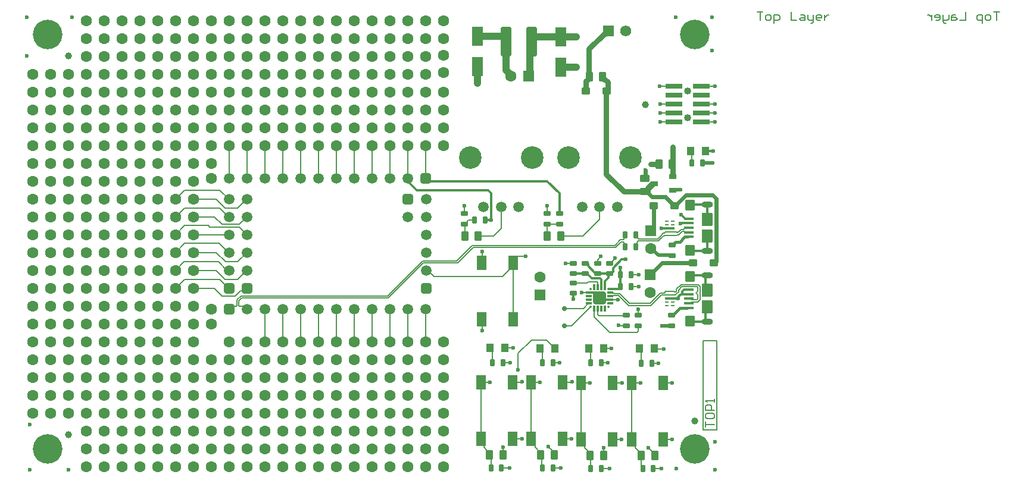
<source format=gtl>
G04*
G04 #@! TF.GenerationSoftware,Altium Limited,Altium Designer,24.3.1 (35)*
G04*
G04 Layer_Physical_Order=1*
G04 Layer_Color=255*
%FSLAX44Y44*%
%MOMM*%
G71*
G04*
G04 #@! TF.SameCoordinates,D3561438-4DE8-4D87-AEC0-D3123FBB7C78*
G04*
G04*
G04 #@! TF.FilePolarity,Positive*
G04*
G01*
G75*
%ADD11C,0.3000*%
%ADD13C,0.2000*%
%ADD15C,0.4000*%
%ADD16C,0.1500*%
%ADD24R,1.4500X2.0500*%
%ADD25R,1.1000X1.2000*%
G04:AMPARAMS|DCode=26|XSize=1mm|YSize=0.6mm|CornerRadius=0.075mm|HoleSize=0mm|Usage=FLASHONLY|Rotation=180.000|XOffset=0mm|YOffset=0mm|HoleType=Round|Shape=RoundedRectangle|*
%AMROUNDEDRECTD26*
21,1,1.0000,0.4500,0,0,180.0*
21,1,0.8500,0.6000,0,0,180.0*
1,1,0.1500,-0.4250,0.2250*
1,1,0.1500,0.4250,0.2250*
1,1,0.1500,0.4250,-0.2250*
1,1,0.1500,-0.4250,-0.2250*
%
%ADD26ROUNDEDRECTD26*%
G04:AMPARAMS|DCode=27|XSize=1.25mm|YSize=1mm|CornerRadius=0.125mm|HoleSize=0mm|Usage=FLASHONLY|Rotation=0.000|XOffset=0mm|YOffset=0mm|HoleType=Round|Shape=RoundedRectangle|*
%AMROUNDEDRECTD27*
21,1,1.2500,0.7500,0,0,0.0*
21,1,1.0000,1.0000,0,0,0.0*
1,1,0.2500,0.5000,-0.3750*
1,1,0.2500,-0.5000,-0.3750*
1,1,0.2500,-0.5000,0.3750*
1,1,0.2500,0.5000,0.3750*
%
%ADD27ROUNDEDRECTD27*%
G04:AMPARAMS|DCode=28|XSize=1mm|YSize=0.6mm|CornerRadius=0.075mm|HoleSize=0mm|Usage=FLASHONLY|Rotation=270.000|XOffset=0mm|YOffset=0mm|HoleType=Round|Shape=RoundedRectangle|*
%AMROUNDEDRECTD28*
21,1,1.0000,0.4500,0,0,270.0*
21,1,0.8500,0.6000,0,0,270.0*
1,1,0.1500,-0.2250,-0.4250*
1,1,0.1500,-0.2250,0.4250*
1,1,0.1500,0.2250,0.4250*
1,1,0.1500,0.2250,-0.4250*
%
%ADD28ROUNDEDRECTD28*%
G04:AMPARAMS|DCode=29|XSize=0.65mm|YSize=1.1mm|CornerRadius=0.0813mm|HoleSize=0mm|Usage=FLASHONLY|Rotation=270.000|XOffset=0mm|YOffset=0mm|HoleType=Round|Shape=RoundedRectangle|*
%AMROUNDEDRECTD29*
21,1,0.6500,0.9375,0,0,270.0*
21,1,0.4875,1.1000,0,0,270.0*
1,1,0.1625,-0.4688,-0.2438*
1,1,0.1625,-0.4688,0.2438*
1,1,0.1625,0.4688,0.2438*
1,1,0.1625,0.4688,-0.2438*
%
%ADD29ROUNDEDRECTD29*%
G04:AMPARAMS|DCode=30|XSize=1.4mm|YSize=0.95mm|CornerRadius=0.1188mm|HoleSize=0mm|Usage=FLASHONLY|Rotation=90.000|XOffset=0mm|YOffset=0mm|HoleType=Round|Shape=RoundedRectangle|*
%AMROUNDEDRECTD30*
21,1,1.4000,0.7125,0,0,90.0*
21,1,1.1625,0.9500,0,0,90.0*
1,1,0.2375,0.3563,0.5813*
1,1,0.2375,0.3563,-0.5813*
1,1,0.2375,-0.3563,-0.5813*
1,1,0.2375,-0.3563,0.5813*
%
%ADD30ROUNDEDRECTD30*%
G04:AMPARAMS|DCode=31|XSize=0.56mm|YSize=0.2mm|CornerRadius=0.05mm|HoleSize=0mm|Usage=FLASHONLY|Rotation=0.000|XOffset=0mm|YOffset=0mm|HoleType=Round|Shape=RoundedRectangle|*
%AMROUNDEDRECTD31*
21,1,0.5600,0.1000,0,0,0.0*
21,1,0.4600,0.2000,0,0,0.0*
1,1,0.1000,0.2300,-0.0500*
1,1,0.1000,-0.2300,-0.0500*
1,1,0.1000,-0.2300,0.0500*
1,1,0.1000,0.2300,0.0500*
%
%ADD31ROUNDEDRECTD31*%
G04:AMPARAMS|DCode=32|XSize=0.56mm|YSize=0.4mm|CornerRadius=0.1mm|HoleSize=0mm|Usage=FLASHONLY|Rotation=0.000|XOffset=0mm|YOffset=0mm|HoleType=Round|Shape=RoundedRectangle|*
%AMROUNDEDRECTD32*
21,1,0.5600,0.2000,0,0,0.0*
21,1,0.3600,0.4000,0,0,0.0*
1,1,0.2000,0.1800,-0.1000*
1,1,0.2000,-0.1800,-0.1000*
1,1,0.2000,-0.1800,0.1000*
1,1,0.2000,0.1800,0.1000*
%
%ADD32ROUNDEDRECTD32*%
G04:AMPARAMS|DCode=33|XSize=1.8mm|YSize=1.8mm|CornerRadius=0.225mm|HoleSize=0mm|Usage=FLASHONLY|Rotation=180.000|XOffset=0mm|YOffset=0mm|HoleType=Round|Shape=RoundedRectangle|*
%AMROUNDEDRECTD33*
21,1,1.8000,1.3500,0,0,180.0*
21,1,1.3500,1.8000,0,0,180.0*
1,1,0.4500,-0.6750,0.6750*
1,1,0.4500,0.6750,0.6750*
1,1,0.4500,0.6750,-0.6750*
1,1,0.4500,-0.6750,-0.6750*
%
%ADD33ROUNDEDRECTD33*%
G04:AMPARAMS|DCode=34|XSize=0.3mm|YSize=0.3mm|CornerRadius=0.0375mm|HoleSize=0mm|Usage=FLASHONLY|Rotation=180.000|XOffset=0mm|YOffset=0mm|HoleType=Round|Shape=RoundedRectangle|*
%AMROUNDEDRECTD34*
21,1,0.3000,0.2250,0,0,180.0*
21,1,0.2250,0.3000,0,0,180.0*
1,1,0.0750,-0.1125,0.1125*
1,1,0.0750,0.1125,0.1125*
1,1,0.0750,0.1125,-0.1125*
1,1,0.0750,-0.1125,-0.1125*
%
%ADD34ROUNDEDRECTD34*%
G04:AMPARAMS|DCode=35|XSize=0.9mm|YSize=0.3mm|CornerRadius=0.0375mm|HoleSize=0mm|Usage=FLASHONLY|Rotation=180.000|XOffset=0mm|YOffset=0mm|HoleType=Round|Shape=RoundedRectangle|*
%AMROUNDEDRECTD35*
21,1,0.9000,0.2250,0,0,180.0*
21,1,0.8250,0.3000,0,0,180.0*
1,1,0.0750,-0.4125,0.1125*
1,1,0.0750,0.4125,0.1125*
1,1,0.0750,0.4125,-0.1125*
1,1,0.0750,-0.4125,-0.1125*
%
%ADD35ROUNDEDRECTD35*%
G04:AMPARAMS|DCode=36|XSize=0.9mm|YSize=0.3mm|CornerRadius=0.0375mm|HoleSize=0mm|Usage=FLASHONLY|Rotation=270.000|XOffset=0mm|YOffset=0mm|HoleType=Round|Shape=RoundedRectangle|*
%AMROUNDEDRECTD36*
21,1,0.9000,0.2250,0,0,270.0*
21,1,0.8250,0.3000,0,0,270.0*
1,1,0.0750,-0.1125,-0.4125*
1,1,0.0750,-0.1125,0.4125*
1,1,0.0750,0.1125,0.4125*
1,1,0.0750,0.1125,-0.4125*
%
%ADD36ROUNDEDRECTD36*%
G04:AMPARAMS|DCode=37|XSize=0.3mm|YSize=0.3mm|CornerRadius=0.0375mm|HoleSize=0mm|Usage=FLASHONLY|Rotation=270.000|XOffset=0mm|YOffset=0mm|HoleType=Round|Shape=RoundedRectangle|*
%AMROUNDEDRECTD37*
21,1,0.3000,0.2250,0,0,270.0*
21,1,0.2250,0.3000,0,0,270.0*
1,1,0.0750,-0.1125,-0.1125*
1,1,0.0750,-0.1125,0.1125*
1,1,0.0750,0.1125,0.1125*
1,1,0.0750,0.1125,-0.1125*
%
%ADD37ROUNDEDRECTD37*%
G04:AMPARAMS|DCode=38|XSize=1.4mm|YSize=0.95mm|CornerRadius=0.1188mm|HoleSize=0mm|Usage=FLASHONLY|Rotation=180.000|XOffset=0mm|YOffset=0mm|HoleType=Round|Shape=RoundedRectangle|*
%AMROUNDEDRECTD38*
21,1,1.4000,0.7125,0,0,180.0*
21,1,1.1625,0.9500,0,0,180.0*
1,1,0.2375,-0.5813,0.3563*
1,1,0.2375,0.5813,0.3563*
1,1,0.2375,0.5813,-0.3563*
1,1,0.2375,-0.5813,-0.3563*
%
%ADD38ROUNDEDRECTD38*%
%ADD39R,1.6000X2.8000*%
G04:AMPARAMS|DCode=40|XSize=0.76mm|YSize=2.4mm|CornerRadius=0.095mm|HoleSize=0mm|Usage=FLASHONLY|Rotation=90.000|XOffset=0mm|YOffset=0mm|HoleType=Round|Shape=RoundedRectangle|*
%AMROUNDEDRECTD40*
21,1,0.7600,2.2100,0,0,90.0*
21,1,0.5700,2.4000,0,0,90.0*
1,1,0.1900,1.1050,0.2850*
1,1,0.1900,1.1050,-0.2850*
1,1,0.1900,-1.1050,-0.2850*
1,1,0.1900,-1.1050,0.2850*
%
%ADD40ROUNDEDRECTD40*%
G04:AMPARAMS|DCode=41|XSize=1.6mm|YSize=1.4mm|CornerRadius=0.175mm|HoleSize=0mm|Usage=FLASHONLY|Rotation=270.000|XOffset=0mm|YOffset=0mm|HoleType=Round|Shape=RoundedRectangle|*
%AMROUNDEDRECTD41*
21,1,1.6000,1.0500,0,0,270.0*
21,1,1.2500,1.4000,0,0,270.0*
1,1,0.3500,-0.5250,-0.6250*
1,1,0.3500,-0.5250,0.6250*
1,1,0.3500,0.5250,0.6250*
1,1,0.3500,0.5250,-0.6250*
%
%ADD41ROUNDEDRECTD41*%
G04:AMPARAMS|DCode=42|XSize=1.55mm|YSize=1.9mm|CornerRadius=0.1938mm|HoleSize=0mm|Usage=FLASHONLY|Rotation=180.000|XOffset=0mm|YOffset=0mm|HoleType=Round|Shape=RoundedRectangle|*
%AMROUNDEDRECTD42*
21,1,1.5500,1.5125,0,0,180.0*
21,1,1.1625,1.9000,0,0,180.0*
1,1,0.3875,-0.5813,0.7563*
1,1,0.3875,0.5813,0.7563*
1,1,0.3875,0.5813,-0.7563*
1,1,0.3875,-0.5813,-0.7563*
%
%ADD42ROUNDEDRECTD42*%
G04:AMPARAMS|DCode=43|XSize=0.4mm|YSize=1.35mm|CornerRadius=0.05mm|HoleSize=0mm|Usage=FLASHONLY|Rotation=270.000|XOffset=0mm|YOffset=0mm|HoleType=Round|Shape=RoundedRectangle|*
%AMROUNDEDRECTD43*
21,1,0.4000,1.2500,0,0,270.0*
21,1,0.3000,1.3500,0,0,270.0*
1,1,0.1000,-0.6250,-0.1500*
1,1,0.1000,-0.6250,0.1500*
1,1,0.1000,0.6250,0.1500*
1,1,0.1000,0.6250,-0.1500*
%
%ADD43ROUNDEDRECTD43*%
G04:AMPARAMS|DCode=44|XSize=4.2mm|YSize=1.5mm|CornerRadius=0.1875mm|HoleSize=0mm|Usage=FLASHONLY|Rotation=270.000|XOffset=0mm|YOffset=0mm|HoleType=Round|Shape=RoundedRectangle|*
%AMROUNDEDRECTD44*
21,1,4.2000,1.1250,0,0,270.0*
21,1,3.8250,1.5000,0,0,270.0*
1,1,0.3750,-0.5625,-1.9125*
1,1,0.3750,-0.5625,1.9125*
1,1,0.3750,0.5625,1.9125*
1,1,0.3750,0.5625,-1.9125*
%
%ADD44ROUNDEDRECTD44*%
%ADD45C,1.0000*%
%ADD83C,0.1400*%
%ADD84C,0.7000*%
%ADD85C,0.6000*%
%ADD86C,1.0000*%
%ADD87C,0.8000*%
%ADD88C,0.5000*%
%ADD89C,1.6000*%
%ADD90R,1.6000X1.6000*%
%ADD91C,1.5080*%
%ADD92C,3.2160*%
%ADD93C,1.5200*%
G04:AMPARAMS|DCode=94|XSize=1.52mm|YSize=1.52mm|CornerRadius=0.38mm|HoleSize=0mm|Usage=FLASHONLY|Rotation=270.000|XOffset=0mm|YOffset=0mm|HoleType=Round|Shape=RoundedRectangle|*
%AMROUNDEDRECTD94*
21,1,1.5200,0.7600,0,0,270.0*
21,1,0.7600,1.5200,0,0,270.0*
1,1,0.7600,-0.3800,-0.3800*
1,1,0.7600,-0.3800,0.3800*
1,1,0.7600,0.3800,0.3800*
1,1,0.7600,0.3800,-0.3800*
%
%ADD94ROUNDEDRECTD94*%
G04:AMPARAMS|DCode=95|XSize=1.52mm|YSize=1.52mm|CornerRadius=0.38mm|HoleSize=0mm|Usage=FLASHONLY|Rotation=180.000|XOffset=0mm|YOffset=0mm|HoleType=Round|Shape=RoundedRectangle|*
%AMROUNDEDRECTD95*
21,1,1.5200,0.7600,0,0,180.0*
21,1,0.7600,1.5200,0,0,180.0*
1,1,0.7600,-0.3800,0.3800*
1,1,0.7600,0.3800,0.3800*
1,1,0.7600,0.3800,-0.3800*
1,1,0.7600,-0.3800,-0.3800*
%
%ADD95ROUNDEDRECTD95*%
%ADD96R,1.6000X1.6000*%
%ADD97C,1.0200*%
%ADD98O,1.6000X0.9000*%
%ADD99R,1.5750X1.5750*%
%ADD100C,1.5750*%
%ADD101C,4.2000*%
%ADD102C,0.6000*%
D11*
X913000Y354000D02*
X929150D01*
X978000Y367000D02*
Y388000D01*
Y322000D02*
Y343000D01*
X953500Y387000D02*
X954500Y388000D01*
X953500Y323000D02*
X954500Y322000D01*
X952500Y287000D02*
X976000D01*
Y266000D02*
Y287000D01*
X944407Y260593D02*
X944500D01*
X940714D02*
X944407D01*
X944500Y260500D01*
X942743Y262257D02*
X944407Y260593D01*
X976000Y221000D02*
Y242000D01*
X952500Y221000D02*
X976000D01*
X929150Y254000D02*
X937000D01*
X920850D02*
X929150D01*
X920700D02*
X920850D01*
X824094Y255500D02*
X825500D01*
X928750Y230750D02*
X929250D01*
X930500Y232000D02*
Y232500D01*
X929250Y230750D02*
X930500Y232000D01*
X942743Y262257D02*
Y264743D01*
X945000Y267000D01*
X944500Y260500D02*
X951500D01*
X945000Y267000D02*
X951500D01*
X937574Y254574D02*
Y257453D01*
X937000Y254000D02*
X937574Y254574D01*
Y257453D02*
X940714Y260593D01*
X788000Y253000D02*
Y261500D01*
X844158Y297855D02*
X856303Y310000D01*
X862000D01*
X844158Y292658D02*
Y297855D01*
X839000Y289500D02*
X841000D01*
X844158Y292658D01*
X822000Y289500D02*
X837757D01*
X839000D01*
X817085Y262509D02*
X824094Y255500D01*
X813168Y262509D02*
X817085D01*
X813159Y262500D02*
X813168Y262509D01*
X809509Y262500D02*
X813159D01*
X837494Y252506D02*
X837500Y252500D01*
X825000Y255000D02*
X827494Y252506D01*
X837494D01*
X837500Y252500D02*
X840494D01*
X832458Y274201D02*
X832500Y274159D01*
Y270542D02*
Y274159D01*
X832458Y274201D02*
Y278458D01*
X837757Y283757D01*
X827500Y270555D02*
Y274159D01*
X827555Y274214D02*
Y281243D01*
X813500Y283000D02*
X825797D01*
X827500Y274159D02*
X827555Y274214D01*
X825797Y283000D02*
X827555Y281243D01*
X939750Y361331D02*
X939918Y361500D01*
X951250D01*
X945500Y341500D02*
X950750D01*
X951250Y342000D01*
X805000Y304500D02*
X807000D01*
X808500Y303000D01*
Y301000D02*
Y303000D01*
Y301000D02*
X818500Y291000D01*
Y291000D02*
Y291000D01*
Y291000D02*
X820000Y289500D01*
X822000D01*
X975500Y464000D02*
X987000D01*
X577400Y421200D02*
X750800D01*
X768000Y404000D01*
X666843Y408157D02*
X671000Y404000D01*
X565043Y408157D02*
X666843D01*
X552000Y421200D02*
X565043Y408157D01*
X768000Y375500D02*
Y404000D01*
X671000Y366000D02*
Y404000D01*
X663000Y366000D02*
X671000D01*
X951500Y222000D02*
X952500Y221000D01*
X951500Y286000D02*
X952500Y287000D01*
X954500Y322000D02*
X978000D01*
X954500Y388000D02*
X978000D01*
X940558Y373854D02*
X940826D01*
X946000Y368680D01*
X946500Y368000D02*
X951250D01*
X946000Y368500D02*
X946500Y368000D01*
X946000Y368500D02*
Y368680D01*
X854000Y299000D02*
X854500Y298500D01*
Y288000D02*
Y298500D01*
X788000Y289500D02*
X805000D01*
X807000D02*
X813500Y283000D01*
X805000Y289500D02*
X807000D01*
X837757Y288257D02*
X839000Y289500D01*
X837757Y283757D02*
Y288257D01*
X854500Y271000D02*
Y288000D01*
X838000Y268000D02*
X853000D01*
X854500Y269500D01*
Y271000D01*
D13*
X688000Y32000D02*
Y43000D01*
X801078Y343078D02*
X825000Y367000D01*
X769578Y343078D02*
X801078D01*
X825000Y367000D02*
Y385000D01*
X956500Y447000D02*
Y462000D01*
X954500Y464000D02*
X956500Y462000D01*
X822328Y304828D02*
Y309328D01*
X827000Y314000D01*
X822000Y304500D02*
X822328Y304828D01*
X769500Y343000D02*
X769578Y343078D01*
X709000Y152490D02*
Y176000D01*
X728000Y195000D01*
X709000Y152490D02*
X709129Y152361D01*
X899500Y162000D02*
X909000D01*
X829500Y163000D02*
X837000D01*
X768000Y163000D02*
X768000Y163000D01*
X760500Y163000D02*
X768000D01*
X689500Y163000D02*
X698000D01*
X728000Y195000D02*
X749464D01*
X756464Y188000D01*
X758758D01*
X759758Y187000D01*
X884500Y162000D02*
Y180500D01*
X812500Y163000D02*
Y180000D01*
X809500Y183000D02*
X812500Y180000D01*
X740500Y183000D02*
X743500Y180000D01*
Y163000D02*
Y180000D01*
X672500Y163000D02*
Y181000D01*
X669500Y184000D02*
X672500Y181000D01*
X972000Y67000D02*
Y194000D01*
X992000D01*
Y67000D02*
Y194000D01*
X972000Y67000D02*
X992000D01*
X903037Y183038D02*
X904694D01*
X902500Y183000D02*
X903037Y183038D01*
X904694D02*
X905866Y181866D01*
X906188Y182188D02*
X915965D01*
X905866Y181866D02*
X906188Y182188D01*
X702500Y301500D02*
Y308250D01*
X708750Y314500D02*
X720271D01*
X702500Y308250D02*
X708750Y314500D01*
X841596Y252404D02*
X850775D01*
X800248Y262425D02*
X809425D01*
X800206Y262383D02*
X800248Y262425D01*
X822409Y270591D02*
Y276828D01*
X821237Y278000D02*
X822409Y276828D01*
X809000Y278000D02*
X821237D01*
X822529Y231725D02*
X824172Y230082D01*
X822529Y231725D02*
Y239471D01*
X824172Y230082D02*
X862582D01*
X863000Y230500D01*
X817604Y227845D02*
X839448Y206000D01*
X817604Y227845D02*
Y239396D01*
X839448Y206000D02*
X878000D01*
X235072Y332872D02*
X283936D01*
X297208Y319600D01*
X221800D02*
X235072Y332872D01*
X221800Y395800D02*
X234723Y408723D01*
X285077D02*
X298000Y395800D01*
X234723Y408723D02*
X285077D01*
X284448Y383160D02*
X297208Y370400D01*
X234560Y383160D02*
X284448D01*
X221800Y370400D02*
X234560Y383160D01*
X268834Y358030D02*
X270756Y356108D01*
X234830Y358030D02*
X268834D01*
X221800Y345000D02*
X234830Y358030D01*
X312292Y356108D02*
X323400Y345000D01*
X270756Y356108D02*
X312292D01*
X287919Y360000D02*
X313000D01*
X277519Y370400D02*
X287919Y360000D01*
X313000D02*
X323400Y370400D01*
X577400Y239400D02*
Y243400D01*
Y192600D02*
Y239400D01*
X552000D02*
Y243400D01*
Y192600D02*
Y239400D01*
X880000Y208000D02*
Y215500D01*
X878000Y206000D02*
X880000Y208000D01*
Y230500D02*
Y239000D01*
X852000Y216000D02*
X852500Y215500D01*
X863000D01*
X690500Y184000D02*
X702250D01*
X309955Y382698D02*
X323229Y395971D01*
X775000Y215000D02*
X785000D01*
X813000Y243000D01*
X773500Y215812D02*
Y216500D01*
X772690Y215003D02*
X773500Y215812D01*
X772003Y215003D02*
X772690D01*
X773500Y216500D02*
X775147D01*
X802000Y240000D02*
X810000Y248000D01*
X778171Y240000D02*
X802000D01*
X774043Y240957D02*
X775000Y240000D01*
X788000Y276500D02*
X807500D01*
X830500Y183000D02*
X842000D01*
X843000Y306500D02*
Y306598D01*
X841000Y304500D02*
X843000Y306500D01*
X844779Y308377D02*
Y308377D01*
X843000Y306598D02*
X844779Y308377D01*
X845458Y309057D02*
Y309376D01*
X847000Y310918D01*
Y312000D01*
X844779Y308377D02*
X845458Y309057D01*
X839000Y304500D02*
X841000D01*
X658000Y208743D02*
Y221000D01*
Y208743D02*
X658028Y208715D01*
X658000Y320915D02*
X658101Y321016D01*
X658000Y309000D02*
Y320915D01*
X903500Y31000D02*
Y33149D01*
X899764Y36884D02*
X903500Y33149D01*
X899507Y36884D02*
X899764D01*
X894580Y41811D02*
X899507Y36884D01*
X915500Y53750D02*
X928280D01*
X928407Y53623D01*
X843500Y53750D02*
X856145D01*
X856352Y53544D01*
X772500Y54750D02*
X785085D01*
X785174Y54661D01*
X714706Y54750D02*
X714715Y54741D01*
X701500Y54750D02*
X714706D01*
X915500Y134250D02*
X928067D01*
X928256Y134439D01*
X843500Y134250D02*
X857036D01*
X857225Y134439D01*
X772500Y135250D02*
X785763D01*
X785868Y135355D01*
X751901Y42970D02*
Y43690D01*
Y42970D02*
X756750Y38121D01*
X760500Y32000D02*
Y34351D01*
X756750Y38101D02*
X760500Y34351D01*
X756750Y38101D02*
Y38121D01*
X701500Y135250D02*
X714347D01*
X714478Y135381D01*
X247200Y345000D02*
X298000D01*
X830500Y31000D02*
Y42000D01*
X807500Y276500D02*
X809000Y278000D01*
X633000Y375500D02*
Y386000D01*
X750000Y375500D02*
Y386000D01*
Y360500D02*
X768000D01*
X750500Y343000D02*
Y360000D01*
X750000Y360500D02*
X750500Y360000D01*
X639000Y366000D02*
X648000D01*
X637000Y364000D02*
X639000Y366000D01*
X633000Y360500D02*
X635000D01*
X637000Y362500D01*
Y364000D01*
X633500Y343000D02*
Y360000D01*
X633000Y360500D02*
X633500Y360000D01*
X685000Y354000D02*
Y385000D01*
X674000Y343000D02*
X685000Y354000D01*
X652500Y343000D02*
X674000D01*
X969500Y505650D02*
X988897D01*
X969500Y518350D02*
X988897D01*
X989127Y518580D01*
X969500Y531050D02*
X989050D01*
X969500Y556450D02*
X989450D01*
X910550D02*
X930500D01*
X910950Y531050D02*
X930500D01*
X911350Y518350D02*
X930500D01*
X911350Y505650D02*
X930500D01*
X288319Y258000D02*
X307000D01*
X319592Y264992D02*
X323400Y268800D01*
X307000Y258000D02*
X313992Y264992D01*
X319592D01*
X277519Y268800D02*
X288319Y258000D01*
X870500Y134250D02*
X883000D01*
X798500Y134250D02*
X811000D01*
X727500Y135250D02*
X740000D01*
X656500Y135250D02*
X669000D01*
X580972Y294200D02*
X589172Y286000D01*
X687000D02*
X696250Y295250D01*
X589172Y286000D02*
X687000D01*
X577400Y294200D02*
X580972D01*
X702500Y224750D02*
Y301500D01*
X701750D02*
X702500D01*
X696250Y296000D02*
X701750Y301500D01*
X696250Y295250D02*
Y296000D01*
X776500Y304500D02*
X788000D01*
X869500Y271000D02*
X881000D01*
X869500Y288000D02*
X881000D01*
X901500Y12000D02*
X913000D01*
X827500Y12000D02*
X839000D01*
X758500Y13000D02*
X770000D01*
X685500Y13000D02*
X697000D01*
X743181Y13319D02*
X743500Y13000D01*
X741500Y32000D02*
X743181Y30319D01*
Y13319D02*
Y30319D01*
X727500Y54750D02*
X733115Y49135D01*
Y42672D02*
X741500Y34286D01*
X733115Y42672D02*
Y49135D01*
X798500Y53750D02*
X803357Y48893D01*
X807866Y34134D02*
Y37162D01*
X803357Y41672D02*
Y48893D01*
Y41672D02*
X807866Y37162D01*
Y34134D02*
X812500Y29500D01*
X880758Y36884D02*
X880764D01*
X884500Y12000D02*
Y33149D01*
X875971Y41672D02*
X880758Y36884D01*
X875971Y41672D02*
Y48279D01*
X880764Y36884D02*
X884500Y33149D01*
X870500Y53750D02*
X875971Y48279D01*
X870500Y53750D02*
Y134250D01*
X798500Y53750D02*
Y134250D01*
X812500Y12000D02*
Y29500D01*
X727500Y54750D02*
Y135250D01*
X670500Y13000D02*
Y30500D01*
X669000Y32000D02*
X670500Y30500D01*
X660264Y42672D02*
Y50986D01*
Y42672D02*
X665051Y37884D01*
X665264D01*
X669000Y32000D02*
Y34148D01*
X665264Y37884D02*
X669000Y34148D01*
X656500Y54750D02*
X660264Y50986D01*
X656500Y54750D02*
Y135250D01*
X577400Y421200D02*
Y472000D01*
X552000Y421200D02*
Y472000D01*
X526600Y421200D02*
Y472000D01*
X501200Y421200D02*
Y472000D01*
X475800Y421200D02*
Y472000D01*
X450400Y421200D02*
Y472000D01*
X425000Y421200D02*
Y472000D01*
X399600Y421200D02*
Y472000D01*
X374200Y421200D02*
Y472000D01*
X348800Y421200D02*
Y472000D01*
X323400Y421200D02*
Y472000D01*
X298000Y421200D02*
Y472000D01*
X526600Y192600D02*
Y243400D01*
X501200Y192600D02*
Y243400D01*
X475800Y192600D02*
Y243400D01*
X450400Y192600D02*
Y243400D01*
X425000Y192600D02*
Y243400D01*
X399600Y192600D02*
Y243400D01*
X374200Y192600D02*
Y243400D01*
X348800Y192600D02*
Y243400D01*
X247200Y319600D02*
X279784D01*
X292814Y306570D01*
X234100Y306500D02*
X282750D01*
X295050Y294200D01*
X298000D01*
X234500Y281500D02*
X284508D01*
X221800Y268800D02*
X234500Y281500D01*
X284508D02*
X297208Y268800D01*
X292814Y306570D02*
X310370D01*
X221800Y294200D02*
X234100Y306500D01*
X247200Y294200D02*
X279573D01*
X309955Y281098D02*
X323229Y294371D01*
X279573Y294200D02*
X292675Y281098D01*
X309955D01*
X247200Y268800D02*
X277519D01*
X310370Y306570D02*
X323400Y319600D01*
X297208Y370400D02*
X298000D01*
X247200D02*
X277519D01*
X292675Y382698D02*
X309955D01*
X279573Y395800D02*
X292675Y382698D01*
X247200Y395800D02*
X279573D01*
X976004Y71000D02*
Y78997D01*
Y74999D01*
X988000D01*
X976004Y88994D02*
Y84995D01*
X978003Y82996D01*
X986001D01*
X988000Y84995D01*
Y88994D01*
X986001Y90993D01*
X978003D01*
X976004Y88994D01*
X988000Y94992D02*
X976004D01*
Y100990D01*
X978003Y102990D01*
X982002D01*
X984001Y100990D01*
Y94992D01*
X988000Y106988D02*
Y110987D01*
Y108988D01*
X976004D01*
X978003Y106988D01*
D15*
X939000Y241000D02*
X949250D01*
X930500Y232500D02*
X939000Y241000D01*
X930680Y331680D02*
Y332657D01*
X933023Y335000D01*
X939000D02*
X945500Y341500D01*
X929680Y330680D02*
X930680Y331680D01*
X933023Y335000D02*
X939000D01*
X927680Y330680D02*
X929680D01*
D16*
X1049137Y662193D02*
X1057135D01*
X1053136D01*
Y650197D01*
X1063133D02*
X1067131D01*
X1069131Y652196D01*
Y656195D01*
X1067131Y658194D01*
X1063133D01*
X1061133Y656195D01*
Y652196D01*
X1063133Y650197D01*
X1073130Y646198D02*
Y658194D01*
X1079128D01*
X1081127Y656195D01*
Y652196D01*
X1079128Y650197D01*
X1073130D01*
X1097122Y662193D02*
Y650197D01*
X1105119D01*
X1111117Y658194D02*
X1115116D01*
X1117115Y656195D01*
Y650197D01*
X1111117D01*
X1109118Y652196D01*
X1111117Y654196D01*
X1117115D01*
X1121114Y658194D02*
Y652196D01*
X1123113Y650197D01*
X1129111D01*
Y648198D01*
X1127112Y646198D01*
X1125113D01*
X1129111Y650197D02*
Y658194D01*
X1139108Y650197D02*
X1135109D01*
X1133110Y652196D01*
Y656195D01*
X1135109Y658194D01*
X1139108D01*
X1141107Y656195D01*
Y654196D01*
X1133110D01*
X1145106Y658194D02*
Y650197D01*
Y654196D01*
X1147105Y656195D01*
X1149105Y658194D01*
X1151104D01*
X1393500Y662496D02*
X1385502D01*
X1389501D01*
Y650500D01*
X1379504D02*
X1375506D01*
X1373506Y652499D01*
Y656498D01*
X1375506Y658498D01*
X1379504D01*
X1381504Y656498D01*
Y652499D01*
X1379504Y650500D01*
X1369508Y646501D02*
Y658498D01*
X1363510D01*
X1361510Y656498D01*
Y652499D01*
X1363510Y650500D01*
X1369508D01*
X1345515Y662496D02*
Y650500D01*
X1337518D01*
X1331520Y658498D02*
X1327521D01*
X1325522Y656498D01*
Y650500D01*
X1331520D01*
X1333519Y652499D01*
X1331520Y654499D01*
X1325522D01*
X1321523Y658498D02*
Y652499D01*
X1319524Y650500D01*
X1313526D01*
Y648501D01*
X1315525Y646501D01*
X1317524D01*
X1313526Y650500D02*
Y658498D01*
X1303529Y650500D02*
X1307528D01*
X1309527Y652499D01*
Y656498D01*
X1307528Y658498D01*
X1303529D01*
X1301530Y656498D01*
Y654499D01*
X1309527D01*
X1297531Y658498D02*
Y650500D01*
Y654499D01*
X1295531Y656498D01*
X1293532Y658498D01*
X1291533D01*
D24*
X843500Y134250D02*
D03*
Y53750D02*
D03*
X798500D02*
D03*
Y134250D02*
D03*
X870500Y134250D02*
D03*
Y53750D02*
D03*
X915500D02*
D03*
Y134250D02*
D03*
X657500Y224750D02*
D03*
Y305250D02*
D03*
X702500D02*
D03*
Y224750D02*
D03*
X656500Y135250D02*
D03*
Y54750D02*
D03*
X701500D02*
D03*
Y135250D02*
D03*
X772500Y135250D02*
D03*
Y54750D02*
D03*
X727500D02*
D03*
Y135250D02*
D03*
D25*
X740500Y183000D02*
D03*
X761500D02*
D03*
X690500Y184000D02*
D03*
X669500D02*
D03*
X881500Y183000D02*
D03*
X902500D02*
D03*
X830500D02*
D03*
X809500D02*
D03*
X975500Y464000D02*
D03*
X954500D02*
D03*
D26*
X927000Y230500D02*
D03*
Y215500D02*
D03*
X788000Y289500D02*
D03*
Y304500D02*
D03*
X805000D02*
D03*
Y289500D02*
D03*
X633000Y360500D02*
D03*
Y375500D02*
D03*
X750000D02*
D03*
Y360500D02*
D03*
X822000Y304500D02*
D03*
Y289500D02*
D03*
X839000D02*
D03*
Y304500D02*
D03*
X880000Y230500D02*
D03*
Y215500D02*
D03*
X863000Y230500D02*
D03*
Y215500D02*
D03*
X768000Y375500D02*
D03*
Y360500D02*
D03*
X928000Y315500D02*
D03*
Y330500D02*
D03*
X788000Y276500D02*
D03*
Y261500D02*
D03*
D27*
X987750Y305000D02*
D03*
X958250D02*
D03*
X931750Y386000D02*
D03*
X902250D02*
D03*
X805250Y550000D02*
D03*
X834750D02*
D03*
D28*
X971500Y447000D02*
D03*
X956500D02*
D03*
X899500Y162000D02*
D03*
X884500D02*
D03*
X827500Y163000D02*
D03*
X812500D02*
D03*
X758500Y163000D02*
D03*
X743500D02*
D03*
X687500Y163000D02*
D03*
X672500D02*
D03*
X886500Y12000D02*
D03*
X901500D02*
D03*
X861500Y345000D02*
D03*
X876500D02*
D03*
X869500Y288000D02*
D03*
X854500D02*
D03*
Y271000D02*
D03*
X869500D02*
D03*
X670500Y13000D02*
D03*
X685500D02*
D03*
X758500Y13000D02*
D03*
X743500D02*
D03*
X812500Y12000D02*
D03*
X827500D02*
D03*
X647500Y366000D02*
D03*
X662500D02*
D03*
X861500Y328000D02*
D03*
X876500D02*
D03*
D29*
X903000Y418000D02*
D03*
X929000Y427500D02*
D03*
Y408500D02*
D03*
D30*
X633500Y343000D02*
D03*
X652500D02*
D03*
X829500Y570000D02*
D03*
X810500D02*
D03*
X909500Y446000D02*
D03*
X928500D02*
D03*
X750500Y343000D02*
D03*
X769500D02*
D03*
X741500Y32000D02*
D03*
X760500D02*
D03*
X830500Y31000D02*
D03*
X811500D02*
D03*
X903500Y31000D02*
D03*
X884500D02*
D03*
X687500Y32000D02*
D03*
X668500D02*
D03*
D31*
X929150Y264000D02*
D03*
Y259000D02*
D03*
Y249000D02*
D03*
Y244000D02*
D03*
X920850D02*
D03*
Y249000D02*
D03*
Y259000D02*
D03*
Y264000D02*
D03*
Y344000D02*
D03*
Y349000D02*
D03*
Y359000D02*
D03*
Y364000D02*
D03*
X929150D02*
D03*
Y359000D02*
D03*
Y349000D02*
D03*
Y344000D02*
D03*
D32*
Y254000D02*
D03*
X920850D02*
D03*
Y354000D02*
D03*
X929150D02*
D03*
D33*
X825000Y255000D02*
D03*
D34*
X837500Y242500D02*
D03*
Y267500D02*
D03*
X812500Y242500D02*
D03*
D35*
X840500Y247500D02*
D03*
Y252500D02*
D03*
Y257500D02*
D03*
Y262500D02*
D03*
X809500D02*
D03*
Y257500D02*
D03*
Y252500D02*
D03*
Y247500D02*
D03*
D36*
X832500Y270500D02*
D03*
X827500D02*
D03*
X822500D02*
D03*
X817500D02*
D03*
Y239500D02*
D03*
X822500D02*
D03*
X827500D02*
D03*
X832500D02*
D03*
D37*
X812500Y267500D02*
D03*
D38*
X889000Y406500D02*
D03*
Y425500D02*
D03*
D39*
X651000Y584500D02*
D03*
Y627500D02*
D03*
X770000Y626500D02*
D03*
Y583500D02*
D03*
D40*
X969500Y556450D02*
D03*
Y543750D02*
D03*
Y531050D02*
D03*
Y518350D02*
D03*
Y505650D02*
D03*
X930500Y556450D02*
D03*
Y543750D02*
D03*
Y531050D02*
D03*
Y518350D02*
D03*
Y505650D02*
D03*
D41*
X953750Y323000D02*
D03*
Y387000D02*
D03*
Y222000D02*
D03*
Y286000D02*
D03*
D42*
X978250Y367000D02*
D03*
Y343000D02*
D03*
Y266000D02*
D03*
Y242000D02*
D03*
D43*
X951500Y368000D02*
D03*
Y361500D02*
D03*
Y342000D02*
D03*
Y348500D02*
D03*
Y355000D02*
D03*
Y267000D02*
D03*
Y260500D02*
D03*
Y241000D02*
D03*
Y247500D02*
D03*
Y254000D02*
D03*
D44*
X728000Y620000D02*
D03*
X692000D02*
D03*
D45*
X70000Y60000D02*
D03*
X960000Y80000D02*
D03*
X70000Y600000D02*
D03*
X890000Y530000D02*
D03*
D83*
X964800Y259700D02*
G03*
X963400Y261100I-1400J0D01*
G01*
X963000Y263500D02*
G03*
X963000Y261100I0J-1200D01*
G01*
X963400Y263500D02*
G03*
X964800Y264900I0J1400D01*
G01*
X866333Y244200D02*
X897819D01*
X912619Y259000D02*
X916950D01*
X896618Y247100D02*
X911418Y261900D01*
X867535Y247100D02*
X896618D01*
X920850Y259000D02*
X927350D01*
X897819Y244200D02*
X912619Y259000D01*
X916950D02*
X920850D01*
X931850Y263700D02*
X932009Y263541D01*
X930950Y264000D02*
X931250Y263700D01*
X932413Y259300D02*
X933754Y260641D01*
X927350Y259000D02*
X927650Y259300D01*
X937200Y266518D02*
X941882Y271200D01*
X927650Y259300D02*
X932413D01*
X934300Y267720D02*
X940680Y274100D01*
X931250Y263700D02*
X931850D01*
X932009Y263541D02*
X933169D01*
X967700Y252599D02*
Y271581D01*
X933169Y263541D02*
X934300Y264672D01*
X933754Y260641D02*
X934370D01*
X937200Y263471D02*
Y266518D01*
X934300Y264672D02*
Y267720D01*
X934370Y260641D02*
X937200Y263471D01*
X941882Y271200D02*
X963980D01*
X940680Y274100D02*
X965181D01*
X916950Y261900D02*
X919050Y264000D01*
X911418Y261900D02*
X916950D01*
X919050Y264000D02*
X930950D01*
X879871Y336100D02*
X909050D01*
X880527Y339000D02*
X907849D01*
X911299Y342450D02*
X915919Y347070D01*
X909050Y336100D02*
X914199Y341249D01*
X907849Y339000D02*
X911299Y342450D01*
X918880Y344170D02*
X919050Y344000D01*
X914199Y341249D02*
X917120Y344170D01*
X914199Y341249D02*
Y341249D01*
X917120Y347070D02*
X919050Y349000D01*
X915919Y347070D02*
X917120D01*
X911299Y342450D02*
Y342450D01*
X917120Y344170D02*
X918880D01*
X929150Y344000D02*
X932150D01*
X919050D02*
X929150D01*
X919050Y349000D02*
X929150D01*
X933950D01*
X938545Y350322D02*
Y350338D01*
X941064Y352857D01*
X936230Y348006D02*
X938545Y350322D01*
X934944Y348006D02*
X936230D01*
X945450Y353677D02*
Y353700D01*
X944630Y352857D02*
X945450Y353677D01*
X941064Y352857D02*
X944630D01*
X945450Y353700D02*
X946750Y355000D01*
X951250D01*
X942265Y349957D02*
X945293D01*
X946750Y348500D02*
X951250D01*
X945293Y349957D02*
X946750Y348500D01*
X941445Y349120D02*
Y349137D01*
X942265Y349957D01*
X937431Y345106D02*
X941445Y349120D01*
X933950Y349000D02*
X934944Y348006D01*
X935056Y345106D02*
X937431D01*
X933950Y344000D02*
X935056Y345106D01*
X932150Y344000D02*
X933950D01*
X853397Y261238D02*
X867535Y247100D01*
X852196Y258338D02*
X866333Y244200D01*
X840500Y257500D02*
X841300Y258300D01*
X845792D02*
X845829Y258338D01*
X842300Y261700D02*
X845192D01*
X845654Y261238D02*
X853397D01*
X841300Y262700D02*
X842300Y261700D01*
X845829Y258338D02*
X852196D01*
X841300Y258300D02*
X845792D01*
X845192Y261700D02*
X845654Y261238D01*
X949250Y254000D02*
X954000D01*
X645201Y327100D02*
X847701D01*
X644000Y330000D02*
X846500D01*
X622000Y308000D02*
X644000Y330000D01*
X623201Y305100D02*
X645201Y327100D01*
X846500Y330000D02*
X854450Y337950D01*
X847701Y327100D02*
X855651Y335050D01*
X859179D01*
X854450Y337950D02*
X859179D01*
X964800Y255100D02*
Y259700D01*
X963000Y261100D02*
X963400D01*
X963000Y263500D02*
X963400D01*
X964800Y264900D02*
Y268000D01*
Y253800D02*
Y255100D01*
Y268000D02*
Y270380D01*
X964401Y249300D02*
X967700Y252599D01*
X963980Y271200D02*
X964800Y270380D01*
X963200Y252200D02*
X964800Y253800D01*
X965181Y274100D02*
X967700Y271581D01*
X955800Y252200D02*
X963200D01*
X955800Y249300D02*
X964401D01*
X954000Y254000D02*
X955800Y252200D01*
X316201Y255100D02*
X524441D01*
X878001Y334230D02*
X879871Y336100D01*
X878001Y341526D02*
X880527Y339000D01*
X878001Y341526D02*
Y343499D01*
X876500Y345000D02*
X878001Y343499D01*
X876500Y328000D02*
X878001Y329501D01*
Y334230D01*
X298000Y243400D02*
X308430D01*
X312970D02*
X323400D01*
X573240Y308000D02*
X622000D01*
X523240Y258000D02*
X573240Y308000D01*
X309250Y252250D02*
X315000Y258000D01*
X523240D01*
X308430Y243400D02*
X309250Y244220D01*
Y252250D01*
X574441Y305100D02*
X623201D01*
X524441Y255100D02*
X574441Y305100D01*
X312150Y251049D02*
X316201Y255100D01*
X312150Y244220D02*
Y251049D01*
Y244220D02*
X312970Y243400D01*
X859999Y338770D02*
Y343499D01*
X861500Y345000D01*
X859179Y335050D02*
X859999Y334230D01*
Y329501D02*
X861500Y328000D01*
X859999Y329501D02*
Y334230D01*
X859179Y337950D02*
X859999Y338770D01*
X954000Y247500D02*
X955800Y249300D01*
X348800Y192600D02*
X348800Y192600D01*
D84*
X775000Y215000D02*
D03*
Y240000D02*
D03*
D85*
X890000Y425500D02*
Y437000D01*
X894750Y403765D02*
Y412250D01*
Y403765D02*
X899515Y399000D01*
X896000Y411000D02*
X903000Y418000D01*
X899515Y399000D02*
X918750D01*
X928500Y389250D01*
Y388000D02*
X930500Y386000D01*
X928500Y388000D02*
Y389250D01*
X930500Y386000D02*
X931750D01*
X902000Y354400D02*
Y385000D01*
X898000Y350400D02*
X902000Y354400D01*
X947286Y401535D02*
X986056D01*
X935000Y389250D02*
X947286Y401535D01*
X931750Y386000D02*
X933000D01*
X935000Y388000D02*
Y389250D01*
X933000Y386000D02*
X935000Y388000D01*
X897000Y288400D02*
X913600Y305000D01*
X954000D01*
X990750Y307000D02*
Y396842D01*
X988750Y305000D02*
X990750Y307000D01*
X987000Y302944D02*
Y305000D01*
X987750D02*
X988750D01*
X986056Y401535D02*
X990750Y396842D01*
D86*
X768000Y627000D02*
X791500D01*
X724400Y571000D02*
X726000Y572600D01*
Y618000D02*
X728000Y620000D01*
X726000Y572600D02*
Y618000D01*
X728000Y620000D02*
Y624000D01*
X692000Y579624D02*
Y620000D01*
Y579624D02*
X699000Y572624D01*
Y571000D02*
Y572624D01*
X791500Y583500D02*
X792000Y584000D01*
X770000Y583500D02*
X791500D01*
X651000Y561000D02*
Y584500D01*
X692000Y620000D02*
Y625000D01*
X689500Y627500D02*
X692000Y625000D01*
X651000Y627500D02*
X689500D01*
X730500Y626500D02*
X770000D01*
X728000Y624000D02*
X730500Y626500D01*
D87*
X928901Y461532D02*
Y469901D01*
X929000Y429688D02*
Y445500D01*
X928901Y446401D02*
Y461532D01*
X892000Y409500D02*
X894750Y412250D01*
X899750Y417250D01*
X892000Y407250D02*
Y409500D01*
X859500Y406500D02*
X891250D01*
X892000Y407250D01*
X834611Y431389D02*
X859500Y406500D01*
X829000Y567750D02*
Y570000D01*
X834611Y431389D02*
Y550000D01*
X835686D02*
X836686Y551000D01*
X810000Y567750D02*
Y610000D01*
X831375Y631375D02*
X833625D01*
X810000Y610000D02*
X831375Y631375D01*
X833625D02*
X837500Y635250D01*
X806250Y564000D02*
X810000Y567750D01*
X805180Y555954D02*
Y564000D01*
X806250D01*
X836686Y551000D02*
Y562314D01*
X829000Y567750D02*
X829750Y567000D01*
X832000D01*
X836686Y562314D01*
X898000Y446000D02*
X906300D01*
D88*
X931379Y409000D02*
X940000D01*
X914271Y215000D02*
X914771Y215500D01*
X914000Y215000D02*
X914271D01*
X914771Y215500D02*
X927000D01*
X974000Y447000D02*
X986000D01*
X900349Y323760D02*
Y324651D01*
X908429Y315680D02*
X927680D01*
X900349Y323760D02*
X908429Y315680D01*
D89*
X897000Y263000D02*
D03*
X699000Y571000D02*
D03*
X272600Y425200D02*
D03*
X898000Y325000D02*
D03*
X272600Y239400D02*
D03*
X740000Y285000D02*
D03*
X602800Y192600D02*
D03*
Y167200D02*
D03*
Y141800D02*
D03*
Y116400D02*
D03*
Y91000D02*
D03*
Y65600D02*
D03*
X603000Y497000D02*
D03*
Y523000D02*
D03*
Y548000D02*
D03*
X602800Y576104D02*
D03*
Y600750D02*
D03*
Y14800D02*
D03*
Y40200D02*
D03*
Y624000D02*
D03*
Y649800D02*
D03*
X577400Y497400D02*
D03*
X603000Y472000D02*
D03*
X18600Y91000D02*
D03*
X44000D02*
D03*
X69400D02*
D03*
X18600Y116400D02*
D03*
X44000D02*
D03*
X69400D02*
D03*
X18600Y446600D02*
D03*
Y472000D02*
D03*
Y345000D02*
D03*
Y319600D02*
D03*
Y421200D02*
D03*
Y395800D02*
D03*
Y370400D02*
D03*
Y218000D02*
D03*
Y192600D02*
D03*
Y294200D02*
D03*
Y268800D02*
D03*
Y243400D02*
D03*
X44000Y268800D02*
D03*
X69400Y294200D02*
D03*
X44000D02*
D03*
X69400Y218000D02*
D03*
Y243400D02*
D03*
Y268800D02*
D03*
Y192600D02*
D03*
X44000Y243400D02*
D03*
Y218000D02*
D03*
Y192600D02*
D03*
X69400Y141800D02*
D03*
X44000D02*
D03*
X69400Y319600D02*
D03*
Y345000D02*
D03*
X44000D02*
D03*
Y319600D02*
D03*
Y370400D02*
D03*
Y395800D02*
D03*
Y421200D02*
D03*
X69400D02*
D03*
Y395800D02*
D03*
Y370400D02*
D03*
X44000Y446600D02*
D03*
X69400D02*
D03*
X44000Y472000D02*
D03*
X69400D02*
D03*
X18600Y548200D02*
D03*
Y522800D02*
D03*
Y497400D02*
D03*
X44000Y548200D02*
D03*
Y522800D02*
D03*
Y497400D02*
D03*
X69400D02*
D03*
Y522800D02*
D03*
Y548200D02*
D03*
Y167200D02*
D03*
Y573600D02*
D03*
X44000D02*
D03*
Y167200D02*
D03*
X18600Y573600D02*
D03*
Y167200D02*
D03*
Y141800D02*
D03*
X577400Y192600D02*
D03*
X298000Y472000D02*
D03*
X552000Y192600D02*
D03*
X323400Y472000D02*
D03*
X526600Y192600D02*
D03*
X348800Y472000D02*
D03*
X501200Y192600D02*
D03*
X374200Y472000D02*
D03*
X475800Y192600D02*
D03*
X399600Y472000D02*
D03*
X450400Y192600D02*
D03*
X425000Y472000D02*
D03*
Y192600D02*
D03*
X450400Y472000D02*
D03*
X399600Y192600D02*
D03*
X475800Y472000D02*
D03*
X374200Y192600D02*
D03*
X501200Y472000D02*
D03*
X348800Y192600D02*
D03*
X526600Y472000D02*
D03*
X552000D02*
D03*
X577400D02*
D03*
X247200Y268800D02*
D03*
Y294200D02*
D03*
Y319600D02*
D03*
X221800Y345000D02*
D03*
X247200Y370400D02*
D03*
Y395800D02*
D03*
X221800Y268800D02*
D03*
Y294200D02*
D03*
Y319600D02*
D03*
X247200Y345000D02*
D03*
X221800Y370400D02*
D03*
Y395800D02*
D03*
X94800Y141800D02*
D03*
Y167200D02*
D03*
Y599000D02*
D03*
X171000Y472000D02*
D03*
X94800Y573600D02*
D03*
X196400Y472000D02*
D03*
X171000Y573600D02*
D03*
X196400D02*
D03*
X171000Y599000D02*
D03*
X196400D02*
D03*
Y167200D02*
D03*
X171000D02*
D03*
X120200D02*
D03*
Y599000D02*
D03*
Y573600D02*
D03*
X145600D02*
D03*
Y599000D02*
D03*
Y167200D02*
D03*
X247200D02*
D03*
Y599000D02*
D03*
Y573600D02*
D03*
X221800D02*
D03*
Y599000D02*
D03*
Y167200D02*
D03*
X272600D02*
D03*
X298000Y599000D02*
D03*
X272600D02*
D03*
X298000Y573600D02*
D03*
X272600D02*
D03*
X374200D02*
D03*
X399600D02*
D03*
X374200Y599000D02*
D03*
X399600D02*
D03*
Y167200D02*
D03*
X374200D02*
D03*
X323400Y599000D02*
D03*
Y573600D02*
D03*
X348800D02*
D03*
Y599000D02*
D03*
Y167200D02*
D03*
X450400D02*
D03*
Y599000D02*
D03*
Y573600D02*
D03*
X425000D02*
D03*
Y599000D02*
D03*
Y167200D02*
D03*
X475800D02*
D03*
X501200D02*
D03*
Y599000D02*
D03*
X475800D02*
D03*
X501200Y573600D02*
D03*
X475800D02*
D03*
X577400D02*
D03*
Y599000D02*
D03*
Y167200D02*
D03*
X526600D02*
D03*
Y599000D02*
D03*
Y573600D02*
D03*
X552000D02*
D03*
Y599000D02*
D03*
Y167200D02*
D03*
X145600Y548200D02*
D03*
Y522800D02*
D03*
Y497400D02*
D03*
X120200D02*
D03*
Y522800D02*
D03*
Y548200D02*
D03*
X171000D02*
D03*
X196400D02*
D03*
Y522800D02*
D03*
X171000D02*
D03*
X196400Y497400D02*
D03*
X171000D02*
D03*
X272600Y472000D02*
D03*
X94800Y497400D02*
D03*
X247200Y472000D02*
D03*
X94800Y522800D02*
D03*
Y548200D02*
D03*
X221800Y472000D02*
D03*
X348800Y548200D02*
D03*
Y522800D02*
D03*
Y497400D02*
D03*
X323400D02*
D03*
Y522800D02*
D03*
Y548200D02*
D03*
X374200D02*
D03*
X399600D02*
D03*
Y522800D02*
D03*
X374200D02*
D03*
X399600Y497400D02*
D03*
X374200D02*
D03*
X272600D02*
D03*
X298000D02*
D03*
X272600Y522800D02*
D03*
X298000D02*
D03*
Y548200D02*
D03*
X272600D02*
D03*
X221800D02*
D03*
Y522800D02*
D03*
Y497400D02*
D03*
X247200D02*
D03*
Y522800D02*
D03*
Y548200D02*
D03*
X552000D02*
D03*
Y522800D02*
D03*
Y497400D02*
D03*
X526600D02*
D03*
Y522800D02*
D03*
Y548200D02*
D03*
X577400D02*
D03*
Y522800D02*
D03*
X475800Y497400D02*
D03*
X501200D02*
D03*
X475800Y522800D02*
D03*
X501200D02*
D03*
Y548200D02*
D03*
X475800D02*
D03*
X425000D02*
D03*
Y522800D02*
D03*
Y497400D02*
D03*
X450400D02*
D03*
Y522800D02*
D03*
Y548200D02*
D03*
X145600Y472000D02*
D03*
X120200D02*
D03*
X145600Y446600D02*
D03*
X120200D02*
D03*
X145600Y370400D02*
D03*
Y395800D02*
D03*
Y421200D02*
D03*
X120200D02*
D03*
Y395800D02*
D03*
Y370400D02*
D03*
Y319600D02*
D03*
Y345000D02*
D03*
X145600D02*
D03*
Y319600D02*
D03*
X120200Y141800D02*
D03*
Y116400D02*
D03*
X196400Y141800D02*
D03*
X171000D02*
D03*
X145600D02*
D03*
Y116400D02*
D03*
X171000D02*
D03*
X196400D02*
D03*
X247200D02*
D03*
X221800D02*
D03*
Y141800D02*
D03*
X247200D02*
D03*
X120200Y91000D02*
D03*
Y65600D02*
D03*
X196400Y91000D02*
D03*
X171000D02*
D03*
X145600D02*
D03*
Y65600D02*
D03*
X171000D02*
D03*
X196400D02*
D03*
X247200D02*
D03*
X221800D02*
D03*
Y91000D02*
D03*
X247200D02*
D03*
X399600D02*
D03*
X374200D02*
D03*
Y65600D02*
D03*
X399600D02*
D03*
X348800D02*
D03*
X323400D02*
D03*
X298000D02*
D03*
Y91000D02*
D03*
X323400D02*
D03*
X348800D02*
D03*
X272600Y65600D02*
D03*
Y91000D02*
D03*
X399600Y141800D02*
D03*
X374200D02*
D03*
Y116400D02*
D03*
X399600D02*
D03*
X348800D02*
D03*
X323400D02*
D03*
X298000D02*
D03*
Y141800D02*
D03*
X323400D02*
D03*
X348800D02*
D03*
X272600Y116400D02*
D03*
Y141800D02*
D03*
X552000Y91000D02*
D03*
X526600D02*
D03*
Y65600D02*
D03*
X552000D02*
D03*
X501200D02*
D03*
X475800D02*
D03*
X450400D02*
D03*
Y91000D02*
D03*
X475800D02*
D03*
X501200D02*
D03*
X425000Y65600D02*
D03*
Y91000D02*
D03*
X552000Y141800D02*
D03*
X526600D02*
D03*
Y116400D02*
D03*
X552000D02*
D03*
X501200D02*
D03*
X475800D02*
D03*
X450400D02*
D03*
Y141800D02*
D03*
X475800D02*
D03*
X501200D02*
D03*
X425000Y116400D02*
D03*
Y141800D02*
D03*
X577400Y116400D02*
D03*
Y141800D02*
D03*
Y65600D02*
D03*
Y91000D02*
D03*
X94800Y65600D02*
D03*
Y91000D02*
D03*
Y116400D02*
D03*
X120200Y192600D02*
D03*
Y218000D02*
D03*
Y243400D02*
D03*
X196400Y192600D02*
D03*
X171000D02*
D03*
X145600D02*
D03*
Y268800D02*
D03*
Y243400D02*
D03*
Y218000D02*
D03*
X221800Y192600D02*
D03*
X247200D02*
D03*
X221800Y218000D02*
D03*
X171000D02*
D03*
X196400D02*
D03*
X221800Y243400D02*
D03*
X171000D02*
D03*
X196400D02*
D03*
X171000Y319600D02*
D03*
Y268800D02*
D03*
Y294200D02*
D03*
Y395800D02*
D03*
Y446600D02*
D03*
Y421200D02*
D03*
X221800Y446600D02*
D03*
X196400D02*
D03*
X221800Y421200D02*
D03*
X196400D02*
D03*
X171000Y370400D02*
D03*
Y345000D02*
D03*
X120200Y294200D02*
D03*
X145600D02*
D03*
X120200Y268800D02*
D03*
X94800Y243400D02*
D03*
Y268800D02*
D03*
Y294200D02*
D03*
Y192600D02*
D03*
Y218000D02*
D03*
Y370400D02*
D03*
Y395800D02*
D03*
Y421200D02*
D03*
Y319600D02*
D03*
Y345000D02*
D03*
Y472000D02*
D03*
Y446600D02*
D03*
X323400Y192600D02*
D03*
X298000D02*
D03*
Y167200D02*
D03*
X323400D02*
D03*
X552000Y624400D02*
D03*
X526600D02*
D03*
X577400D02*
D03*
X475800D02*
D03*
X501200D02*
D03*
X425000D02*
D03*
X450400D02*
D03*
X348800D02*
D03*
X323400D02*
D03*
X399600D02*
D03*
X374200D02*
D03*
X272600D02*
D03*
X298000D02*
D03*
X221800D02*
D03*
X247200D02*
D03*
X145600D02*
D03*
X120200D02*
D03*
X196400D02*
D03*
X171000D02*
D03*
X94800D02*
D03*
X552000Y649800D02*
D03*
X526600D02*
D03*
X577400D02*
D03*
X475800D02*
D03*
X501200D02*
D03*
X425000D02*
D03*
X450400D02*
D03*
X348800D02*
D03*
X323400D02*
D03*
X399600D02*
D03*
X374200D02*
D03*
X272600D02*
D03*
X298000D02*
D03*
X221800D02*
D03*
X247200D02*
D03*
X145600D02*
D03*
X120200D02*
D03*
X196400D02*
D03*
X171000D02*
D03*
X94800D02*
D03*
X552000Y40200D02*
D03*
X526600D02*
D03*
X577400D02*
D03*
X475800D02*
D03*
X501200D02*
D03*
X425000D02*
D03*
X450400D02*
D03*
X348800D02*
D03*
X323400D02*
D03*
X399600D02*
D03*
X374200D02*
D03*
X272600D02*
D03*
X298000D02*
D03*
X221800D02*
D03*
X247200D02*
D03*
X145600D02*
D03*
X120200D02*
D03*
X196400D02*
D03*
X171000D02*
D03*
X94800D02*
D03*
X552000Y14800D02*
D03*
X526600D02*
D03*
X577400D02*
D03*
X475800D02*
D03*
X501200D02*
D03*
X425000D02*
D03*
X450400D02*
D03*
X348800D02*
D03*
X323400D02*
D03*
X399600D02*
D03*
X374200D02*
D03*
X272600D02*
D03*
X298000D02*
D03*
X221800D02*
D03*
X247200D02*
D03*
X145600D02*
D03*
X120200D02*
D03*
X196400D02*
D03*
X171000D02*
D03*
X94800D02*
D03*
X196400Y345000D02*
D03*
Y370400D02*
D03*
Y395800D02*
D03*
Y294200D02*
D03*
Y268800D02*
D03*
Y319600D02*
D03*
X247200Y421200D02*
D03*
Y446600D02*
D03*
Y218000D02*
D03*
Y243400D02*
D03*
X272600Y218000D02*
D03*
Y446600D02*
D03*
D90*
X897000Y288400D02*
D03*
X898000Y350400D02*
D03*
X740000Y259600D02*
D03*
D91*
X800000Y385000D02*
D03*
X825000D02*
D03*
X850000D02*
D03*
X710000D02*
D03*
X685000D02*
D03*
X660000D02*
D03*
D92*
X781000Y455000D02*
D03*
X869000D02*
D03*
X729000D02*
D03*
X641000D02*
D03*
D93*
X552000Y370400D02*
D03*
X348800Y425200D02*
D03*
X425000D02*
D03*
X526600D02*
D03*
X552000D02*
D03*
X501200D02*
D03*
X475800D02*
D03*
X450400D02*
D03*
X399600D02*
D03*
X374200D02*
D03*
X323400D02*
D03*
X298000D02*
D03*
X323400Y395800D02*
D03*
Y370400D02*
D03*
Y345000D02*
D03*
Y294200D02*
D03*
Y319600D02*
D03*
X577400Y239400D02*
D03*
X552000D02*
D03*
X501200D02*
D03*
X475800D02*
D03*
X425000D02*
D03*
X399600D02*
D03*
X374200D02*
D03*
X323400D02*
D03*
X348800D02*
D03*
X450400D02*
D03*
X526600D02*
D03*
X578400Y319600D02*
D03*
Y294200D02*
D03*
Y345000D02*
D03*
Y370400D02*
D03*
Y395800D02*
D03*
X298000D02*
D03*
Y370400D02*
D03*
Y345000D02*
D03*
Y294200D02*
D03*
Y319600D02*
D03*
D94*
X552000Y395800D02*
D03*
X323400Y268800D02*
D03*
X578400D02*
D03*
X298000D02*
D03*
D95*
X577400Y425200D02*
D03*
X298000Y239400D02*
D03*
D96*
X724400Y571000D02*
D03*
D97*
X950000Y550100D02*
D03*
Y512000D02*
D03*
D98*
X978250Y322000D02*
D03*
Y388000D02*
D03*
Y221000D02*
D03*
Y287000D02*
D03*
D99*
X837500Y635250D02*
D03*
D100*
X862500D02*
D03*
D101*
X960000Y630000D02*
D03*
X40000D02*
D03*
Y40000D02*
D03*
X960000D02*
D03*
D102*
X913000Y354000D02*
D03*
X940000Y409000D02*
D03*
X914000Y215000D02*
D03*
X937000Y254000D02*
D03*
X890000Y437000D02*
D03*
X986000Y447000D02*
D03*
X928901Y461532D02*
D03*
X929000Y470000D02*
D03*
X985000Y607000D02*
D03*
X933000Y655000D02*
D03*
X985000Y655000D02*
D03*
X788000Y253000D02*
D03*
X827000Y314000D02*
D03*
X862000Y310000D02*
D03*
X909000Y162000D02*
D03*
X837000Y163000D02*
D03*
X768000D02*
D03*
X698000D02*
D03*
X915965Y182188D02*
D03*
X709129Y152361D02*
D03*
X720271Y314500D02*
D03*
X850775Y252404D02*
D03*
X799706Y262383D02*
D03*
X898000Y446000D02*
D03*
X880000Y239000D02*
D03*
X852000Y216000D02*
D03*
X702250Y184000D02*
D03*
X939750Y361331D02*
D03*
X989105Y10500D02*
D03*
X934000Y12000D02*
D03*
X989000Y50000D02*
D03*
X15000Y10000D02*
D03*
Y75000D02*
D03*
X70000Y10000D02*
D03*
X10000Y600000D02*
D03*
X75000Y655000D02*
D03*
X10000D02*
D03*
X842051Y182997D02*
D03*
X847000Y312000D02*
D03*
X658028Y208715D02*
D03*
X658101Y321016D02*
D03*
X894580Y41811D02*
D03*
X928407Y53623D02*
D03*
X856352Y53544D02*
D03*
X785174Y54661D02*
D03*
X714715Y54741D02*
D03*
X928256Y134439D02*
D03*
X857225Y134439D02*
D03*
X785868Y135355D02*
D03*
X751901Y43690D02*
D03*
X714478Y135381D02*
D03*
X830500Y42000D02*
D03*
X688000Y43000D02*
D03*
X987000Y464000D02*
D03*
X791500Y627000D02*
D03*
X671000Y366000D02*
D03*
X940558Y373854D02*
D03*
X791500Y583500D02*
D03*
X651000Y561000D02*
D03*
X854500Y298500D02*
D03*
X633000Y386000D02*
D03*
X750000D02*
D03*
X989127Y505880D02*
D03*
Y518580D02*
D03*
X989050Y531050D02*
D03*
X989450Y556450D02*
D03*
X910550D02*
D03*
X910950Y531050D02*
D03*
X911350Y518350D02*
D03*
X911350Y505650D02*
D03*
X883000Y134250D02*
D03*
X811000Y134250D02*
D03*
X740000Y135250D02*
D03*
X669000Y135250D02*
D03*
X776500Y304500D02*
D03*
X881000Y271000D02*
D03*
Y288000D02*
D03*
X913000Y12000D02*
D03*
X839000Y12000D02*
D03*
X770000Y13000D02*
D03*
X697000Y13000D02*
D03*
M02*

</source>
